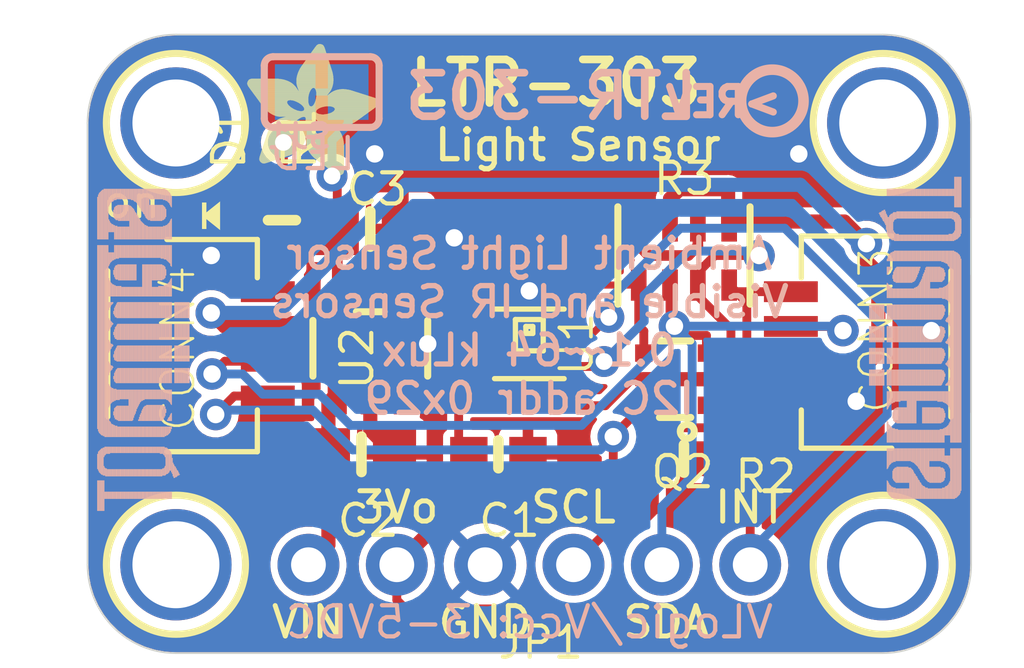
<source format=kicad_pcb>
(kicad_pcb (version 20211014) (generator pcbnew)
  (layers (0 "F.Cu" signal) (31 "B.Cu" signal) (34 "B.Paste" user) (35 "F.Paste" user) (36 "B.SilkS" user "B.Silkscreen") (37 "F.SilkS" user "F.Silkscreen") (38 "B.Mask" user) (39 "F.Mask" user) (44 "Edge.Cuts" user))
  (net 0 "")
  (net 1 "GND")
  (net 2 "SDA")
  (net 3 "SCL")
  (net 4 "SCL_3V")
  (net 5 "SDA_3V")
  (net 6 "3.3V")
  (net 7 "INT")
  (net 8 "VCC")
  (net 9 "N$1")
  (net 10 "N$2")
  (footprint "eagleBoard:1X06_ROUND_70" (layer "F.Cu") (at 148.5011 111.3536)
    (fp_text reference "JP1" (at -0.9652 2.2352) (layer "F.SilkS") (effects (font (size 0.896031 0.896031) (thickness 0.119969)) (justify left)))
    (fp_text value "")
    (pad "1" thru_hole circle (at -6.35 0 90) (size 1.778 1.778) (drill 1) (layers *.Cu *.Mask) (net 8 "VCC"))
    (pad "2" thru_hole circle (at -3.81 0 90) (size 1.778 1.778) (drill 1) (layers *.Cu *.Mask) (net 6 "3.3V"))
    (pad "3" thru_hole circle (at -1.27 0 90) (size 1.778 1.778) (drill 1) (layers *.Cu *.Mask) (net 1 "GND"))
    (pad "4" thru_hole circle (at 1.27 0 90) (size 1.778 1.778) (drill 1) (layers *.Cu *.Mask) (net 3 "SCL"))
    (pad "5" thru_hole circle (at 3.81 0 90) (size 1.778 1.778) (drill 1) (layers *.Cu *.Mask) (net 2 "SDA"))
    (pad "6" thru_hole circle (at 6.35 0 90) (size 1.778 1.778) (drill 1) (layers *.Cu *.Mask) (net 7 "INT"))
  )
  (footprint "eagleBoard:0603-NO" (layer "F.Cu") (at 147.6121 108.1786)
    (fp_text reference "C1" (at -0.635 1.905) (layer "F.SilkS") (effects (font (size 0.896031 0.896031) (thickness 0.119969)) (justify left)))
    (fp_text value "0.1uF")
    (pad "1" smd rect (at -0.85 0) (size 1.075 1) (layers "F.Cu" "F.Paste" "F.Mask") (net 6 "3.3V"))
    (pad "2" smd rect (at 0.85 0) (size 1.075 1) (layers "F.Cu" "F.Paste" "F.Mask") (net 1 "GND"))
  )
  (footprint "eagleBoard:0805-NO" (layer "F.Cu") (at 143.9291 101.7016)
    (fp_text reference "C3" (at -0.762 -1.143) (layer "F.SilkS") (effects (font (size 0.896031 0.896031) (thickness 0.119969)) (justify left)))
    (fp_text value "10uF")
    (pad "1" smd rect (at -0.95 0) (size 1.24 1.5) (layers "F.Cu" "F.Paste" "F.Mask") (net 6 "3.3V"))
    (pad "2" smd rect (at 0.95 0) (size 1.24 1.5) (layers "F.Cu" "F.Paste" "F.Mask") (net 1 "GND"))
  )
  (footprint "eagleBoard:CHIPLED_0603_NOOUTLINE" (layer "F.Cu") (at 139.3571 101.3206)
    (fp_text reference "D1" (at 0.508 -1.27 90) (layer "F.SilkS") (effects (font (size 0.896031 0.896031) (thickness 0.119969)) (justify left)))
    (fp_text value "GREEN")
    (pad "A" smd rect (at 0.75 0 90) (size 0.8 0.8) (layers "F.Cu" "F.Paste" "F.Mask") (net 9 "N$1"))
    (pad "C" smd rect (at -0.75 0 90) (size 0.8 0.8) (layers "F.Cu" "F.Paste" "F.Mask") (net 1 "GND"))
  )
  (footprint "eagleBoard:FIDUCIAL_1MM" (layer "F.Cu") (at 155.3591 97.3836)
    (fp_text reference "FID4" hide)
    (fp_text value "FIDUCIAL_1MM" hide)
    (pad "1" smd roundrect (at 0 0) (size 1 1) (layers "F.Cu" "F.Mask") (roundrect_rratio 0.5))
  )
  (footprint "eagleBoard:SOT23-5" (layer "F.Cu") (at 143.9291 105.1306 -90)
    (fp_text reference "U2" (at -0.689 0.381 90) (layer "F.SilkS") (effects (font (size 0.896031 0.896031) (thickness 0.119969)) (justify right)))
    (fp_text value "AP2127K-3.3")
    (pad "1" smd rect (at 1.3001 0.95) (size 0.55 1.2) (layers "F.Cu" "F.Paste" "F.Mask") (net 8 "VCC"))
    (pad "2" smd rect (at 1.3001 0) (size 0.55 1.2) (layers "F.Cu" "F.Paste" "F.Mask") (net 1 "GND"))
    (pad "3" smd rect (at 1.3001 -0.95) (size 0.55 1.2) (layers "F.Cu" "F.Paste" "F.Mask") (net 8 "VCC"))
    (pad "4" smd rect (at -1.3001 -0.95) (size 0.55 1.2) (layers "F.Cu" "F.Paste" "F.Mask"))
    (pad "5" smd rect (at -1.3001 0.95) (size 0.55 1.2) (layers "F.Cu" "F.Paste" "F.Mask") (net 6 "3.3V"))
  )
  (footprint "eagleBoard:MOUNTINGHOLE_2.5_PLATED" (layer "F.Cu") (at 158.6611 98.6536)
    (fp_text reference "U$17" hide)
    (fp_text value "MOUNTINGHOLE2.5" hide)
    (pad "P$1" thru_hole circle (at 0 0) (size 3.2 3.2) (drill 2.5) (layers *.Cu *.Mask))
    (zone (net 0) (net_name "") (layer "F.Cu") (connect_pads (clearance 0)) (min_thickness 0.254)
      (keepout (tracks not_allowed) (vias not_allowed) (pads not_allowed) (copperpour not_allowed) (footprints allowed))
      (fill (thermal_gap 0.508) (thermal_bridge_width 0.508))
      (polygon (pts (xy 160.6771 98.6536) (xy 160.646472 98.303525) (xy 160.55552 97.964087) (xy 160.407007 97.6456) (xy 160.205446 97.35774) (xy 159.95696 97.109254) (xy 159.6691 96.907693) (xy 159.350613 96.75918) (xy 159.011175 96.668228) (xy 158.6611 96.6376) (xy 158.311025 96.668228) (xy 157.971587 96.75918) (xy 157.6531 96.907693) (xy 157.36524 97.109254) (xy 157.116754 97.35774) (xy 156.915193 97.6456) (xy 156.76668 97.964087) (xy 156.675728 98.303525) (xy 156.6451 98.6536) (xy 156.675728 99.003675) (xy 156.76668 99.343113) (xy 156.915193 99.6616) (xy 157.116754 99.94946) (xy 157.36524 100.197946) (xy 157.6531 100.399507) (xy 157.971587 100.54802) (xy 158.311025 100.638972) (xy 158.6611 100.6696) (xy 159.011175 100.638972) (xy 159.350613 100.54802) (xy 159.6691 100.399507) (xy 159.95696 100.197946) (xy 160.205446 99.94946) (xy 160.407007 99.6616) (xy 160.55552 99.343113) (xy 160.646472 99.003675)))
      (polygon (pts (xy 158.6451 98.6536) (xy 158.645343 98.656378) (xy 158.646065 98.659072) (xy 158.647244 98.6616) (xy 158.648843 98.663885) (xy 158.650815 98.665857) (xy 158.6531 98.667456) (xy 158.655628 98.668635) (xy 158.658322 98.669357) (xy 158.6611 98.6696) (xy 158.663878 98.669357) (xy 158.666572 98.668635) (xy 158.6691 98.667456) (xy 158.671385 98.665857) (xy 158.673357 98.663885) (xy 158.674956 98.6616) (xy 158.676135 98.659072) (xy 158.676857 98.656378) (xy 158.6771 98.6536) (xy 158.676857 98.650822) (xy 158.676135 98.648128) (xy 158.674956 98.6456) (xy 158.673357 98.643315) (xy 158.671385 98.641343) (xy 158.6691 98.639744) (xy 158.666572 98.638565) (xy 158.663878 98.637843) (xy 158.6611 98.6376) (xy 158.658322 98.637843) (xy 158.655628 98.638565) (xy 158.6531 98.639744) (xy 158.650815 98.641343) (xy 158.648843 98.643315) (xy 158.647244 98.6456) (xy 158.646065 98.648128) (xy 158.645343 98.650822)))
    )
    (zone (net 0) (net_name "") (layer "B.Cu") (connect_pads (clearance 0)) (min_thickness 0.254)
      (keepout (tracks not_allowed) (vias not_allowed) (pads not_allowed) (copperpour not_allowed) (footprints allowed))
      (fill (thermal_gap 0.508) (thermal_bridge_width 0.508))
      (polygon (pts (xy 160.6771 98.6536) (xy 160.646472 98.303525) (xy 160.55552 97.964087) (xy 160.407007 97.6456) (xy 160.205446 97.35774) (xy 159.95696 97.109254) (xy 159.6691 96.907693) (xy 159.350613 96.75918) (xy 159.011175 96.668228) (xy 158.6611 96.6376) (xy 158.311025 96.668228) (xy 157.971587 96.75918) (xy 157.6531 96.907693) (xy 157.36524 97.109254) (xy 157.116754 97.35774) (xy 156.915193 97.6456) (xy 156.76668 97.964087) (xy 156.675728 98.303525) (xy 156.6451 98.6536) (xy 156.675728 99.003675) (xy 156.76668 99.343113) (xy 156.915193 99.6616) (xy 157.116754 99.94946) (xy 157.36524 100.197946) (xy 157.6531 100.399507) (xy 157.971587 100.54802) (xy 158.311025 100.638972) (xy 158.6611 100.6696) (xy 159.011175 100.638972) (xy 159.350613 100.54802) (xy 159.6691 100.399507) (xy 159.95696 100.197946) (xy 160.205446 99.94946) (xy 160.407007 99.6616) (xy 160.55552 99.343113) (xy 160.646472 99.003675)))
      (polygon (pts (xy 158.6451 98.6536) (xy 158.645343 98.656378) (xy 158.646065 98.659072) (xy 158.647244 98.6616) (xy 158.648843 98.663885) (xy 158.650815 98.665857) (xy 158.6531 98.667456) (xy 158.655628 98.668635) (xy 158.658322 98.669357) (xy 158.6611 98.6696) (xy 158.663878 98.669357) (xy 158.666572 98.668635) (xy 158.6691 98.667456) (xy 158.671385 98.665857) (xy 158.673357 98.663885) (xy 158.674956 98.6616) (xy 158.676135 98.659072) (xy 158.676857 98.656378) (xy 158.6771 98.6536) (xy 158.676857 98.650822) (xy 158.676135 98.648128) (xy 158.674956 98.6456) (xy 158.673357 98.643315) (xy 158.671385 98.641343) (xy 158.6691 98.639744) (xy 158.666572 98.638565) (xy 158.663878 98.637843) (xy 158.6611 98.6376) (xy 158.658322 98.637843) (xy 158.655628 98.638565) (xy 158.6531 98.639744) (xy 158.650815 98.641343) (xy 158.648843 98.643315) (xy 158.647244 98.6456) (xy 158.646065 98.648128) (xy 158.645343 98.650822)))
    )
  )
  (footprint "eagleBoard:SOT363" (layer "F.Cu") (at 152.6921 106.0196)
    (fp_text reference "Q2" (at -0.762 2.667) (layer "F.SilkS") (effects (font (size 0.896031 0.896031) (thickness 0.119969)) (justify left)))
    (fp_text value "BSS138")
    (pad "1" smd rect (at 0.9 0.75 90) (size 0.5 0.5) (layers "F.Cu" "F.Paste" "F.Mask") (net 4 "SCL_3V"))
    (pad "2" smd rect (at 0.9 0 90) (size 0.4 0.5) (layers "F.Cu" "F.Paste" "F.Mask") (net 6 "3.3V"))
    (pad "3" smd rect (at 0.9 -0.75 90) (size 0.5 0.5) (layers "F.Cu" "F.Paste" "F.Mask") (net 2 "SDA"))
    (pad "4" smd rect (at -0.9 -0.75 90) (size 0.5 0.5) (layers "F.Cu" "F.Paste" "F.Mask") (net 5 "SDA_3V"))
    (pad "5" smd rect (at -0.9 0 90) (size 0.4 0.5) (layers "F.Cu" "F.Paste" "F.Mask") (net 6 "3.3V"))
    (pad "6" smd rect (at -0.9 0.75 90) (size 0.5 0.5) (layers "F.Cu" "F.Paste" "F.Mask") (net 3 "SCL"))
  )
  (footprint "eagleBoard:JST_SH4" (layer "F.Cu") (at 158.0261 105.0036 90)
    (fp_text reference "CONN3" (at -2.06 0.45 90) (layer "F.SilkS") (effects (font (size 0.941222 0.941222) (thickness 0.074778)) (justify left)))
    (fp_text value "STEMMA_I2C_QT" hide)
    (pad "1" smd rect (at -1.5 -2.006 180) (size 1.55 0.6) (layers "F.Cu" "F.Paste" "F.Mask") (net 1 "GND"))
    (pad "2" smd rect (at -0.5 -2.006 180) (size 1.55 0.6) (layers "F.Cu" "F.Paste" "F.Mask") (net 8 "VCC"))
    (pad "3" smd rect (at 0.5 -2.006 180) (size 1.55 0.6) (layers "F.Cu" "F.Paste" "F.Mask") (net 2 "SDA"))
    (pad "4" smd rect (at 1.5 -2.006 180) (size 1.55 0.6) (layers "F.Cu" "F.Paste" "F.Mask") (net 3 "SCL"))
    (pad "MT1" smd rect (at -2.8 1.894 180) (size 1.8 1.2) (layers "F.Cu" "F.Paste" "F.Mask") (net 1 "GND"))
    (pad "MT2" smd rect (at 2.8 1.894 180) (size 1.8 1.2) (layers "F.Cu" "F.Paste" "F.Mask") (net 1 "GND"))
  )
  (footprint "eagleBoard:MOUNTINGHOLE_2.5_PLATED" (layer "F.Cu") (at 158.6611 111.3536)
    (fp_text reference "U$21" hide)
    (fp_text value "MOUNTINGHOLE2.5" hide)
    (pad "P$1" thru_hole circle (at 0 0) (size 3.2 3.2) (drill 2.5) (layers *.Cu *.Mask))
    (zone (net 0) (net_name "") (layer "F.Cu") (connect_pads (clearance 0)) (min_thickness 0.254)
      (keepout (tracks not_allowed) (vias not_allowed) (pads not_allowed) (copperpour not_allowed) (footprints allowed))
      (fill (thermal_gap 0.508) (thermal_bridge_width 0.508))
      (polygon (pts (xy 160.6771 111.3536) (xy 160.646472 111.003525) (xy 160.55552 110.664087) (xy 160.407007 110.3456) (xy 160.205446 110.05774) (xy 159.95696 109.809254) (xy 159.6691 109.607693) (xy 159.350613 109.45918) (xy 159.011175 109.368228) (xy 158.6611 109.3376) (xy 158.311025 109.368228) (xy 157.971587 109.45918) (xy 157.6531 109.607693) (xy 157.36524 109.809254) (xy 157.116754 110.05774) (xy 156.915193 110.3456) (xy 156.76668 110.664087) (xy 156.675728 111.003525) (xy 156.6451 111.3536) (xy 156.675728 111.703675) (xy 156.76668 112.043113) (xy 156.915193 112.3616) (xy 157.116754 112.64946) (xy 157.36524 112.897946) (xy 157.6531 113.099507) (xy 157.971587 113.24802) (xy 158.311025 113.338972) (xy 158.6611 113.3696) (xy 159.011175 113.338972) (xy 159.350613 113.24802) (xy 159.6691 113.099507) (xy 159.95696 112.897946) (xy 160.205446 112.64946) (xy 160.407007 112.3616) (xy 160.55552 112.043113) (xy 160.646472 111.703675)))
      (polygon (pts (xy 158.6451 111.3536) (xy 158.645343 111.356378) (xy 158.646065 111.359072) (xy 158.647244 111.3616) (xy 158.648843 111.363885) (xy 158.650815 111.365857) (xy 158.6531 111.367456) (xy 158.655628 111.368635) (xy 158.658322 111.369357) (xy 158.6611 111.3696) (xy 158.663878 111.369357) (xy 158.666572 111.368635) (xy 158.6691 111.367456) (xy 158.671385 111.365857) (xy 158.673357 111.363885) (xy 158.674956 111.3616) (xy 158.676135 111.359072) (xy 158.676857 111.356378) (xy 158.6771 111.3536) (xy 158.676857 111.350822) (xy 158.676135 111.348128) (xy 158.674956 111.3456) (xy 158.673357 111.343315) (xy 158.671385 111.341343) (xy 158.6691 111.339744) (xy 158.666572 111.338565) (xy 158.663878 111.337843) (xy 158.6611 111.3376) (xy 158.658322 111.337843) (xy 158.655628 111.338565) (xy 158.6531 111.339744) (xy 158.650815 111.341343) (xy 158.648843 111.343315) (xy 158.647244 111.3456) (xy 158.646065 111.348128) (xy 158.645343 111.350822)))
    )
    (zone (net 0) (net_name "") (layer "B.Cu") (connect_pads (clearance 0)) (min_thickness 0.254)
      (keepout (tracks not_allowed) (vias not_allowed) (pads not_allowed) (copperpour not_allowed) (footprints allowed))
      (fill (thermal_gap 0.508) (thermal_bridge_width 0.508))
      (polygon (pts (xy 160.6771 111.3536) (xy 160.646472 111.003525) (xy 160.55552 110.664087) (xy 160.407007 110.3456) (xy 160.205446 110.05774) (xy 159.95696 109.809254) (xy 159.6691 109.607693) (xy 159.350613 109.45918) (xy 159.011175 109.368228) (xy 158.6611 109.3376) (xy 158.311025 109.368228) (xy 157.971587 109.45918) (xy 157.6531 109.607693) (xy 157.36524 109.809254) (xy 157.116754 110.05774) (xy 156.915193 110.3456) (xy 156.76668 110.664087) (xy 156.675728 111.003525) (xy 156.6451 111.3536) (xy 156.675728 111.703675) (xy 156.76668 112.043113) (xy 156.915193 112.3616) (xy 157.116754 112.64946) (xy 157.36524 112.897946) (xy 157.6531 113.099507) (xy 157.971587 113.24802) (xy 158.311025 113.338972) (xy 158.6611 113.3696) (xy 159.011175 113.338972) (xy 159.350613 113.24802) (xy 159.6691 113.099507) (xy 159.95696 112.897946) (xy 160.205446 112.64946) (xy 160.407007 112.3616) (xy 160.55552 112.043113) (xy 160.646472 111.703675)))
      (polygon (pts (xy 158.6451 111.3536) (xy 158.645343 111.356378) (xy 158.646065 111.359072) (xy 158.647244 111.3616) (xy 158.648843 111.363885) (xy 158.650815 111.365857) (xy 158.6531 111.367456) (xy 158.655628 111.368635) (xy 158.658322 111.369357) (xy 158.6611 111.3696) (xy 158.663878 111.369357) (xy 158.666572 111.368635) (xy 158.6691 111.367456) (xy 158.671385 111.365857) (xy 158.673357 111.363885) (xy 158.674956 111.3616) (xy 158.676135 111.359072) (xy 158.676857 111.356378) (xy 158.6771 111.3536) (xy 158.676857 111.350822) (xy 158.676135 111.348128) (xy 158.674956 111.3456) (xy 158.673357 111.343315) (xy 158.671385 111.341343) (xy 158.6691 111.339744) (xy 158.666572 111.338565) (xy 158.663878 111.337843) (xy 158.6611 111.3376) (xy 158.658322 111.337843) (xy 158.655628 111.338565) (xy 158.6531 111.339744) (xy 158.650815 111.341343) (xy 158.648843 111.343315) (xy 158.647244 111.3456) (xy 158.646065 111.348128) (xy 158.645343 111.350822)))
    )
  )
  (footprint "eagleBoard:0603-NO" (layer "F.Cu") (at 152.9461 108.3056)
    (fp_text reference "R2" (at 1.397 0.508) (layer "F.SilkS") (effects (font (size 0.896031 0.896031) (thickness 0.119969)) (justify left)))
    (fp_text value "10K")
    (pad "1" smd rect (at -0.85 0) (size 1.075 1) (layers "F.Cu" "F.Paste" "F.Mask") (net 6 "3.3V"))
    (pad "2" smd rect (at 0.85 0) (size 1.075 1) (layers "F.Cu" "F.Paste" "F.Mask") (net 7 "INT"))
  )
  (footprint "eagleBoard:RESPACK_4X0603" (layer "F.Cu") (at 152.9461 102.4636 180)
    (fp_text reference "R3" (at -0.965 2.21) (layer "F.SilkS") (effects (font (size 0.896031 0.896031) (thickness 0.119969)) (justify right)))
    (fp_text value "10K Pack")
    (pad "1" smd rect (at -1.3 0.85 180) (size 0.45 0.9) (layers "F.Cu" "F.Paste" "F.Mask") (net 8 "VCC"))
    (pad "2" smd rect (at -0.4 0.85 180) (size 0.45 0.9) (layers "F.Cu" "F.Paste" "F.Mask") (net 6 "3.3V"))
    (pad "3" smd rect (at 0.4 0.85 180) (size 0.45 0.9) (layers "F.Cu" "F.Paste" "F.Mask") (net 8 "VCC"))
    (pad "4" smd rect (at 1.3 0.85 180) (size 0.45 0.9) (layers "F.Cu" "F.Paste" "F.Mask") (net 6 "3.3V"))
    (pad "5" smd rect (at 1.3 -0.85 180) (size 0.45 0.9) (layers "F.Cu" "F.Paste" "F.Mask") (net 5 "SDA_3V"))
    (pad "6" smd rect (at 0.4 -0.85 180) (size 0.45 0.9) (layers "F.Cu" "F.Paste" "F.Mask") (net 2 "SDA"))
    (pad "7" smd rect (at -0.4 -0.85 180) (size 0.45 0.9) (layers "F.Cu" "F.Paste" "F.Mask") (net 4 "SCL_3V"))
    (pad "8" smd rect (at -1.3 -0.85 180) (size 0.45 0.9) (layers "F.Cu" "F.Paste" "F.Mask") (net 3 "SCL"))
  )
  (footprint "eagleBoard:MOUNTINGHOLE_2.5_PLATED" (layer "F.Cu") (at 138.3411 98.6536)
    (fp_text reference "U$1" hide)
    (fp_text value "MOUNTINGHOLE2.5" hide)
    (pad "P$1" thru_hole circle (at 0 0) (size 3.2 3.2) (drill 2.5) (layers *.Cu *.Mask))
    (zone (net 0) (net_name "") (layer "F.Cu") (connect_pads (clearance 0)) (min_thickness 0.254)
      (keepout (tracks not_allowed) (vias not_allowed) (pads not_allowed) (copperpour not_allowed) (footprints allowed))
      (fill (thermal_gap 0.508) (thermal_bridge_width 0.508))
      (polygon (pts (xy 140.3571 98.6536) (xy 140.326472 98.303525) (xy 140.23552 97.964087) (xy 140.087007 97.6456) (xy 139.885446 97.35774) (xy 139.63696 97.109254) (xy 139.3491 96.907693) (xy 139.030613 96.75918) (xy 138.691175 96.668228) (xy 138.3411 96.6376) (xy 137.991025 96.668228) (xy 137.651587 96.75918) (xy 137.3331 96.907693) (xy 137.04524 97.109254) (xy 136.796754 97.35774) (xy 136.595193 97.6456) (xy 136.44668 97.964087) (xy 136.355728 98.303525) (xy 136.3251 98.6536) (xy 136.355728 99.003675) (xy 136.44668 99.343113) (xy 136.595193 99.6616) (xy 136.796754 99.94946) (xy 137.04524 100.197946) (xy 137.3331 100.399507) (xy 137.651587 100.54802) (xy 137.991025 100.638972) (xy 138.3411 100.6696) (xy 138.691175 100.638972) (xy 139.030613 100.54802) (xy 139.3491 100.399507) (xy 139.63696 100.197946) (xy 139.885446 99.94946) (xy 140.087007 99.6616) (xy 140.23552 99.343113) (xy 140.326472 99.003675)))
      (polygon (pts (xy 138.3251 98.6536) (xy 138.325343 98.656378) (xy 138.326065 98.659072) (xy 138.327244 98.6616) (xy 138.328843 98.663885) (xy 138.330815 98.665857) (xy 138.3331 98.667456) (xy 138.335628 98.668635) (xy 138.338322 98.669357) (xy 138.3411 98.6696) (xy 138.343878 98.669357) (xy 138.346572 98.668635) (xy 138.3491 98.667456) (xy 138.351385 98.665857) (xy 138.353357 98.663885) (xy 138.354956 98.6616) (xy 138.356135 98.659072) (xy 138.356857 98.656378) (xy 138.3571 98.6536) (xy 138.356857 98.650822) (xy 138.356135 98.648128) (xy 138.354956 98.6456) (xy 138.353357 98.643315) (xy 138.351385 98.641343) (xy 138.3491 98.639744) (xy 138.346572 98.638565) (xy 138.343878 98.637843) (xy 138.3411 98.6376) (xy 138.338322 98.637843) (xy 138.335628 98.638565) (xy 138.3331 98.639744) (xy 138.330815 98.641343) (xy 138.328843 98.643315) (xy 138.327244 98.6456) (xy 138.326065 98.648128) (xy 138.325343 98.650822)))
    )
    (zone (net 0) (net_name "") (layer "B.Cu") (connect_pads (clearance 0)) (min_thickness 0.254)
      (keepout (tracks not_allowed) (vias not_allowed) (pads not_allowed) (copperpour not_allowed) (footprints allowed))
      (fill (thermal_gap 0.508) (thermal_bridge_width 0.508))
      (polygon (pts (xy 140.3571 98.6536) (xy 140.326472 98.303525) (xy 140.23552 97.964087) (xy 140.087007 97.6456) (xy 139.885446 97.35774) (xy 139.63696 97.109254) (xy 139.3491 96.907693) (xy 139.030613 96.75918) (xy 138.691175 96.668228) (xy 138.3411 96.6376) (xy 137.991025 96.668228) (xy 137.651587 96.75918) (xy 137.3331 96.907693) (xy 137.04524 97.109254) (xy 136.796754 97.35774) (xy 136.595193 97.6456) (xy 136.44668 97.964087) (xy 136.355728 98.303525) (xy 136.3251 98.6536) (xy 136.355728 99.003675) (xy 136.44668 99.343113) (xy 136.595193 99.6616) (xy 136.796754 99.94946) (xy 137.04524 100.197946) (xy 137.3331 100.399507) (xy 137.651587 100.54802) (xy 137.991025 100.638972) (xy 138.3411 100.6696) (xy 138.691175 100.638972) (xy 139.030613 100.54802) (xy 139.3491 100.399507) (xy 139.63696 100.197946) (xy 139.885446 99.94946) (xy 140.087007 99.6616) (xy 140.23552 99.343113) (xy 140.326472 99.003675)))
      (polygon (pts (xy 138.3251 98.6536) (xy 138.325343 98.656378) (xy 138.326065 98.659072) (xy 138.327244 98.6616) (xy 138.328843 98.663885) (xy 138.330815 98.665857) (xy 138.3331 98.667456) (xy 138.335628 98.668635) (xy 138.338322 98.669357) (xy 138.3411 98.6696) (xy 138.343878 98.669357) (xy 138.346572 98.668635) (xy 138.3491 98.667456) (xy 138.351385 98.665857) (xy 138.353357 98.663885) (xy 138.354956 98.6616) (xy 138.356135 98.659072) (xy 138.356857 98.656378) (xy 138.3571 98.6536) (xy 138.356857 98.650822) (xy 138.356135 98.648128) (xy 138.354956 98.6456) (xy 138.353357 98.643315) (xy 138.351385 98.641343) (xy 138.3491 98.639744) (xy 138.346572 98.638565) (xy 138.343878 98.637843) (xy 138.3411 98.6376) (xy 138.338322 98.637843) (xy 138.335628 98.638565) (xy 138.3331 98.639744) (xy 138.330815 98.641343) (xy 138.328843 98.643315) (xy 138.327244 98.6456) (xy 138.326065 98.648128) (xy 138.325343 98.650822)))
    )
  )
  (footprint "eagleBoard:LTR390" (layer "F.Cu") (at 148.5011 105.0036 -90)
    (fp_text reference "U1" (at -0.973 -1.356 90) (layer "F.SilkS") (effects (font (size 0.90871 0.90871) (thickness 0.10729)) (justify right)))
    (fp_text value "LTR_303")
    (pad "1" smd rect (at -0.65 0.9 90) (size 0.3 0.65) (layers "F.Cu" "F.Paste" "F.Mask") (net 6 "3.3V"))
    (pad "2" smd rect (at 0 0.9 90) (size 0.3 0.65) (layers "F.Cu" "F.Paste" "F.Mask"))
    (pad "3" smd rect (at 0.65 0.9 90) (size 0.3 0.65) (layers "F.Cu" "F.Paste" "F.Mask") (net 1 "GND"))
    (pad "4" smd rect (at 0.65 -0.9 90) (size 0.3 0.65) (layers "F.Cu" "F.Paste" "F.Mask") (net 4 "SCL_3V"))
    (pad "5" smd rect (at 0 -0.9 90) (size 0.3 0.65) (layers "F.Cu" "F.Paste" "F.Mask") (net 7 "INT"))
    (pad "6" smd rect (at -0.65 -0.9 90) (size 0.3 0.65) (layers "F.Cu" "F.Paste" "F.Mask") (net 5 "SDA_3V"))
  )
  (footprint "eagleBoard:ADAFRUIT_3.5MM" (layer "F.Cu") (at 140.3731 100.1776)
    (fp_text reference "U$22" hide)
    (fp_text value "" hide)
  )
  (footprint "eagleBoard:0805-NO" (layer "F.Cu") (at 143.6751 108.1786)
    (fp_text reference "C2" (at -0.762 1.905) (layer "F.SilkS") (effects (font (size 0.896031 0.896031) (thickness 0.119969)) (justify left)))
    (fp_text value "10uF")
    (pad "1" smd rect (at -0.95 0) (size 1.24 1.5) (layers "F.Cu" "F.Paste" "F.Mask") (net 8 "VCC"))
    (pad "2" smd rect (at 0.95 0) (size 1.24 1.5) (layers "F.Cu" "F.Paste" "F.Mask") (net 1 "GND"))
  )
  (footprint "eagleBoard:MOUNTINGHOLE_2.5_PLATED" (layer "F.Cu") (at 138.3411 111.3536)
    (fp_text reference "U$19" hide)
    (fp_text value "MOUNTINGHOLE2.5" hide)
    (pad "P$1" thru_hole circle (at 0 0) (size 3.2 3.2) (drill 2.5) (layers *.Cu *.Mask))
    (zone (net 0) (net_name "") (layer "F.Cu") (connect_pads (clearance 0)) (min_thickness 0.254)
      (keepout (tracks not_allowed) (vias not_allowed) (pads not_allowed) (copperpour not_allowed) (footprints allowed))
      (fill (thermal_gap 0.508) (thermal_bridge_width 0.508))
      (polygon (pts (xy 140.3571 111.3536) (xy 140.326472 111.003525) (xy 140.23552 110.664087) (xy 140.087007 110.3456) (xy 139.885446 110.05774) (xy 139.63696 109.809254) (xy 139.3491 109.607693) (xy 139.030613 109.45918) (xy 138.691175 109.368228) (xy 138.3411 109.3376) (xy 137.991025 109.368228) (xy 137.651587 109.45918) (xy 137.3331 109.607693) (xy 137.04524 109.809254) (xy 136.796754 110.05774) (xy 136.595193 110.3456) (xy 136.44668 110.664087) (xy 136.355728 111.003525) (xy 136.3251 111.3536) (xy 136.355728 111.703675) (xy 136.44668 112.043113) (xy 136.595193 112.3616) (xy 136.796754 112.64946) (xy 137.04524 112.897946) (xy 137.3331 113.099507) (xy 137.651587 113.24802) (xy 137.991025 113.338972) (xy 138.3411 113.3696) (xy 138.691175 113.338972) (xy 139.030613 113.24802) (xy 139.3491 113.099507) (xy 139.63696 112.897946) (xy 139.885446 112.64946) (xy 140.087007 112.3616) (xy 140.23552 112.043113) (xy 140.326472 111.703675)))
      (polygon (pts (xy 138.3251 111.3536) (xy 138.325343 111.356378) (xy 138.326065 111.359072) (xy 138.327244 111.3616) (xy 138.328843 111.363885) (xy 138.330815 111.365857) (xy 138.3331 111.367456) (xy 138.335628 111.368635) (xy 138.338322 111.369357) (xy 138.3411 111.3696) (xy 138.343878 111.369357) (xy 138.346572 111.368635) (xy 138.3491 111.367456) (xy 138.351385 111.365857) (xy 138.353357 111.363885) (xy 138.354956 111.3616) (xy 138.356135 111.359072) (xy 138.356857 111.356378) (xy 138.3571 111.3536) (xy 138.356857 111.350822) (xy 138.356135 111.348128) (xy 138.354956 111.3456) (xy 138.353357 111.343315) (xy 138.351385 111.341343) (xy 138.3491 111.339744) (xy 138.346572 111.338565) (xy 138.343878 111.337843) (xy 138.3411 111.3376) (xy 138.338322 111.337843) (xy 138.335628 111.338565) (xy 138.3331 111.339744) (xy 138.330815 111.341343) (xy 138.328843 111.343315) (xy 138.327244 111.3456) (xy 138.326065 111.348128) (xy 138.325343 111.350822)))
    )
    (zone (net 0) (net_name "") (layer "B.Cu") (connect_pads (clearance 0)) (min_thickness 0.254)
      (keepout (tracks not_allowed) (vias not_allowed) (pads not_allowed) (copperpour not_allowed) (footprints allowed))
      (fill (thermal_gap 0.508) (thermal_bridge_width 0.508))
      (polygon (pts (xy 140.3571 111.3536) (xy 140.326472 111.003525) (xy 140.23552 110.664087) (xy 140.087007 110.3456) (xy 139.885446 110.05774) (xy 139.63696 109.809254) (xy 139.3491 109.607693) (xy 139.030613 109.45918) (xy 138.691175 109.368228) (xy 138.3411 109.3376) (xy 137.991025 109.368228) (xy 137.651587 109.45918) (xy 137.3331 109.607693) (xy 137.04524 109.809254) (xy 136.796754 110.05774) (xy 136.595193 110.3456) (xy 136.44668 110.664087) (xy 136.355728 111.003525) (xy 136.3251 111.3536) (xy 136.355728 111.703675) (xy 136.44668 112.043113) (xy 136.595193 112.3616) (xy 136.796754 112.64946) (xy 137.04524 112.897946) (xy 137.3331 113.099507) (xy 137.651587 113.24802) (xy 137.991025 113.338972) (xy 138.3411 113.3696) (xy 138.691175 113.338972) (xy 139.030613 113.24802) (xy 139.3491 113.099507) (xy 139.63696 112.897946) (xy 139.885446 112.64946) (xy 140.087007 112.3616) (xy 140.23552 112.043113) (xy 140.326472 111.703675)))
      (polygon (pts (xy 138.3251 111.3536) (xy 138.325343 111.356378) (xy 138.326065 111.359072) (xy 138.327244 111.3616) (xy 138.328843 111.363885) (xy 138.330815 111.365857) (xy 138.3331 111.367456) (xy 138.335628 111.368635) (xy 138.338322 111.369357) (xy 138.3411 111.3696) (xy 138.343878 111.369357) (xy 138.346572 111.368635) (xy 138.3491 111.367456) (xy 138.351385 111.365857) (xy 138.353357 111.363885) (xy 138.354956 111.3616) (xy 138.356135 111.359072) (xy 138.356857 111.356378) (xy 138.3571 111.3536) (xy 138.356857 111.350822) (xy 138.356135 111.348128) (xy 138.354956 111.3456) (xy 138.353357 111.343315) (xy 138.351385 111.341343) (xy 138.3491 111.339744) (xy 138.346572 111.338565) (xy 138.343878 111.337843) (xy 138.3411 111.3376) (xy 138.338322 111.337843) (xy 138.335628 111.338565) (xy 138.3331 111.339744) (xy 138.330815 111.341343) (xy 138.328843 111.343315) (xy 138.327244 111.3456) (xy 138.326065 111.348128) (xy 138.325343 111.350822)))
    )
  )
  (footprint "eagleBoard:FIDUCIAL_1MM" (layer "F.Cu") (at 141.0081 109.0676)
    (fp_text reference "FID3" hide)
    (fp_text value "FIDUCIAL_1MM" hide)
    (pad "1" smd roundrect (at 0 0) (size 1 1) (layers "F.Cu" "F.Mask") (roundrect_rratio 0.5))
  )
  (footprint "eagleBoard:JST_SH4" (layer "F.Cu") (at 138.9761 105.0036 -90)
    (fp_text reference "CONN4" (at -2.314 0.577 90) (layer "F.SilkS") (effects (font (size 0.941222 0.941222) (thickness 0.074778)) (justify right)))
    (fp_text value "STEMMA_I2C_QT" hide)
    (pad "1" smd rect (at -1.5 -2.006) (size 1.55 0.6) (layers "F.Cu" "F.Paste" "F.Mask") (net 1 "GND"))
    (pad "2" smd rect (at -0.5 -2.006) (size 1.55 0.6) (layers "F.Cu" "F.Paste" "F.Mask") (net 8 "VCC"))
    (pad "3" smd rect (at 0.5 -2.006) (size 1.55 0.6) (layers "F.Cu" "F.Paste" "F.Mask") (net 2 "SDA"))
    (pad "4" smd rect (at 1.5 -2.006) (size 1.55 0.6) (layers "F.Cu" "F.Paste" "F.Mask") (net 3 "SCL"))
    (pad "MT1" smd rect (at -2.8 1.894) (size 1.8 1.2) (layers "F.Cu" "F.Paste" "F.Mask") (net 1 "GND"))
    (pad "MT2" smd rect (at 2.8 1.894) (size 1.8 1.2) (layers "F.Cu" "F.Paste" "F.Mask") (net 1 "GND"))
  )
  (footprint "eagleBoard:0603-NO" (layer "F.Cu") (at 141.3891 101.4476 -90)
    (fp_text reference "R1" (at -1.397 -0.508 90) (layer "F.SilkS") (effects (font (size 0.896031 0.896031) (thickness 0.119969)) (justify left)))
    (fp_text value "10K")
    (pad "1" smd rect (at -0.85 0 270) (size 1.075 1) (layers "F.Cu" "F.Paste" "F.Mask") (net 10 "N$2"))
    (pad "2" smd rect (at 0.85 0 270) (size 1.075 1) (layers "F.Cu" "F.Paste" "F.Mask") (net 9 "N$1"))
  )
  (footprint "eagleBoard:STEMMAQT" (layer "B.Cu") (at 158.2801 109.4486 90)
    (fp_text reference "U$30" hide)
    (fp_text value "" hide)
  )
  (footprint "eagleBoard:PCBFEAT-REV-040" (layer "B.Cu") (at 155.4861 98.0186 180)
    (fp_text reference "U$25" hide)
    (fp_text value "" hide)
    (fp_text user ">REV" (at -0.3556 -0.508) (layer "B.SilkS") (effects (font (size 0.8128 0.8128) (thickness 0.2032)) (justify left bottom mirror)))
  )
  (footprint "eagleBoard:SOLDERJUMPER_CLOSEDWIRE" (layer "B.Cu") (at 142.5321 97.7646)
    (fp_text reference "SJ1" (at -1.651 1.27) (layer "B.SilkS") (effects (font (size 0.692831 0.692831) (thickness 0.119969)) (justify right mirror)))
    (fp_text value "")
    (pad "1" smd rect (at -0.762 0) (size 1.1684 1.6002) (layers "B.Cu") (net 10 "N$2"))
    (pad "2" smd rect (at 0.762 0) (size 1.1684 1.6002) (layers "B.Cu") (net 6 "3.3V"))
    (pad "WIRE" smd rect (at 0 0 180) (size 0.635 0.2032) (layers "B.Cu"))
  )
  (footprint "eagleBoard:STEMMAQT" (layer "B.Cu") (at 138.7221 100.5586 -90)
    (fp_text reference "U$31" hide)
    (fp_text value "" hide)
  )
  (gr_line (start 135.8011 98.6536) (end 135.8011 111.3536) (layer "Edge.Cuts") (width 0.05))
  (gr_line (start 138.3411 113.8936) (end 158.6611 113.8936) (layer "Edge.Cuts") (width 0.05))
  (gr_arc (start 135.8011 98.6536) (mid 136.545049 96.857549) (end 138.3411 96.1136) (layer "Edge.Cuts") (width 0.05))
  (gr_arc (start 158.6611 96.1136) (mid 160.457151 96.857549) (end 161.2011 98.6536) (layer "Edge.Cuts") (width 0.05))
  (gr_arc (start 161.2011 111.3536) (mid 160.457151 113.149651) (end 158.6611 113.8936) (layer "Edge.Cuts") (width 0.05))
  (gr_arc (start 138.3411 113.8936) (mid 136.545049 113.149651) (end 135.8011 111.3536) (layer "Edge.Cuts") (width 0.05))
  (gr_line (start 158.6611 96.1136) (end 138.3411 96.1136) (layer "Edge.Cuts") (width 0.05))
  (gr_line (start 161.2011 111.3536) (end 161.2011 98.6536) (layer "Edge.Cuts") (width 0.05))
  (gr_text "LED" (at 142.2781 99.5426) (layer "B.SilkS") (effects (font (size 0.89408 0.89408) (thickness 0.12192)) (justify mirror)))
  (gr_text "Ambient Light Sensor\nVisible and IR Sensors\n0.1~~64 kLux\nI2C addr 0x29" (at 148.5011 104.4956) (layer "B.SilkS") (effects (font (size 0.8636 0.8636) (thickness 0.1524)) (justify mirror)))
  (gr_text "VLogic/Vcc: 3-5VDC" (at 148.5011 113.0046) (layer "B.SilkS") (effects (font (size 0.89408 0.89408) (thickness 0.12192)) (justify mirror)))
  (gr_text "LTR-303" (at 149.1361 97.8916) (layer "B.SilkS") (effects (font (size 1.25222 1.25222) (thickness 0.22098)) (justify mirror)))
  (gr_text "INT" (at 154.8511 109.7026) (layer "F.SilkS") (effects (font (size 0.87376 0.87376) (thickness 0.14224))))
  (gr_text "SCL" (at 149.7711 109.7026) (layer "F.SilkS") (effects (font (size 0.87376 0.87376) (thickness 0.14224))))
  (gr_text "Light Sensor" (at 149.8981 99.2886) (layer "F.SilkS") (effects (font (size 0.8636 0.8636) (thickness 0.1524))))
  (gr_text "GND" (at 147.2311 113.0046) (layer "F.SilkS") (effects (font (size 0.87376 0.87376) (thickness 0.14224))))
  (gr_text "SDA" (at 152.4381 113.0046) (layer "F.SilkS") (effects (font (size 0.87376 0.87376) (thickness 0.14224))))
  (gr_text "3Vo" (at 144.6911 109.7026) (layer "F.SilkS") (effects (font (size 0.87376 0.87376) (thickness 0.14224))))
  (gr_text "LTR-303" (at 149.2631 97.5106) (layer "F.SilkS") (effects (font (size 1.25222 1.25222) (thickness 0.22098))))
  (gr_text "on" (at 136.1821 101.4476) (layer "F.SilkS") (effects (font (size 0.89408 0.89408) (thickness 0.12192)) (justify left bottom)))
  (gr_text "VIN" (at 142.1511 113.0046) (layer "F.SilkS") (effects (font (size 0.87376 0.87376) (thickness 0.14224))))
  (segment (start 140.9821 103.5036) (end 140.3971 103.5036) (width 0.4064) (layer "F.Cu") (net 1))
  (segment (start 138.6071 101.3206) (end 139.1057 100.822) (width 0.3048) (layer "F.Cu") (net 1))
  (segment (start 139.239281 100.822) (end 139.62039 100.440891) (width 0.3048) (layer "F.Cu") (net 1))
  (segment (start 143.9291 106.4307) (end 143.9291 107.4826) (width 0.4064) (layer "F.Cu") (net 1))
  (segment (start 144.6251 108.1786) (end 143.9291 107.4826) (width 0.4064) (layer "F.Cu") (net 1))
  (segment (start 139.1057 100.822) (end 139.239281 100.822) (width 0.3048) (layer "F.Cu") (net 1))
  (segment (start 140.3971 103.5036) (end 139.3571 102.4636) (width 0.4064) (layer "F.Cu") (net 1))
  (via (at 156.2481 99.5426) (size 0.9064) (drill 0.5) (layers "F.Cu" "B.Cu") (net 1))
  (via (at 148.5011 103.4796) (size 0.9064) (drill 0.5) (layers "F.Cu" "B.Cu") (net 1))
  (via (at 157.8991 106.6546) (size 0.9064) (drill 0.5) (layers "F.Cu" "B.Cu") (net 1))
  (via (at 145.5801 105.0036) (size 0.9064) (drill 0.5) (layers "F.Cu" "B.Cu") (net 1))
  (via (at 160.0581 104.6226) (size 0.9064) (drill 0.5) (layers "F.Cu" "B.Cu") (net 1))
  (via (at 139.3571 102.4636) (size 0.9064) (drill 0.5) (layers "F.Cu" "B.Cu") (net 1))
  (via (at 144.0561 99.5426) (size 0.9064) (drill 0.5) (layers "F.Cu" "B.Cu") (net 1))
  (via (at 146.3421 101.9556) (size 0.9064) (drill 0.5) (layers "F.Cu" "B.Cu") (net 1))
  (segment (start 153.5921 104.7616) (end 152.6731 104.7616) (width 0.254) (layer "F.Cu") (net 2))
  (segment (start 156.0201 104.5036) (end 157.3991 104.5036) (width 0.254) (layer "F.Cu") (net 2))
  (segment (start 153.5921 104.7616) (end 153.5921 105.2696) (width 0.254) (layer "F.Cu") (net 2))
  (segment (start 139.7461 105.5036) (end 139.379706 105.869994) (width 0.254) (layer "F.Cu") (net 2))
  (segment (start 152.6731 104.3296) (end 152.5461 104.2026) (width 0.254) (layer "F.Cu") (net 2))
  (segment (start 152.5461 103.3136) (end 152.5461 104.2026) (width 0.254) (layer "F.Cu") (net 2))
  (segment (start 152.6731 104.3296) (end 152.6731 104.4956) (width 0.254) (layer "F.Cu") (net 2))
  (segment (start 152.6731 104.4956) (end 152.6731 104.7616) (width 0.254) (layer "F.Cu") (net 2))
  (segment (start 140.9821 105.5036) (end 139.7461 105.5036) (width 0.254) (layer "F.Cu") (net 2))
  (segment (start 157.3991 104.5036) (end 157.5181 104.6226) (width 0.254) (layer "F.Cu") (net 2))
  (via (at 139.379706 105.869994) (size 0.9064) (drill 0.5) (layers "F.Cu" "B.Cu") (net 2))
  (via (at 157.5181 104.6226) (size 0.9064) (drill 0.5) (layers "F.Cu" "B.Cu") (net 2))
  (via (at 152.6731 104.4956) (size 0.9064) (drill 0.5) (layers "F.Cu" "B.Cu") (net 2))
  (segment (start 140.839643 106.4514) (end 142.467481 106.4514) (width 0.254) (layer "B.Cu") (net 2))
  (segment (start 157.3911 104.4956) (end 152.6731 104.4956) (width 0.254) (layer "B.Cu") (net 2))
  (segment (start 152.3111 109.6836) (end 153.1811 108.8136) (width 0.254) (layer "B.Cu") (net 2))
  (segment (start 152.3111 109.6836) (end 152.3111 111.3536) (width 0.254) (layer "B.Cu") (net 2))
  (segment (start 150.00249 107.34731) (end 152.7486 104.6012) (width 0.254) (layer "B.Cu") (net 2))
  (segment (start 157.5181 104.6226) (end 157.3911 104.4956) (width 0.254) (layer "B.Cu") (net 2))
  (segment (start 140.258237 105.869994) (end 140.839643 106.4514) (width 0.254) (layer "B.Cu") (net 2))
  (segment (start 153.1811 108.8136) (end 153.1811 105.0036) (width 0.254) (layer "B.Cu") (net 2))
  (segment (start 139.379706 105.869994) (end 140.258237 105.869994) (width 0.254) (layer "B.Cu") (net 2))
  (segment (start 152.7486 104.6012) (end 152.6731 104.6012) (width 0.254) (layer "B.Cu") (net 2))
  (segment (start 142.467481 106.4514) (end 143.36339 107.34731) (width 0.254) (layer "B.Cu") (net 2))
  (segment (start 153.1811 105.0036) (end 152.6731 104.4956) (width 0.254) (layer "B.Cu") (net 2))
  (segment (start 152.6731 104.4956) (end 152.6731 104.6012) (width 0.254) (layer "B.Cu") (net 2))
  (segment (start 143.36339 107.34731) (end 150.00249 107.34731) (width 0.254) (layer "B.Cu") (net 2))
  (segment (start 156.0201 103.5036) (end 154.4361 103.5036) (width 0.254) (layer "F.Cu") (net 3))
  (segment (start 154.7541 107.1326) (end 154.4701 107.4166) (width 0.254) (layer "F.Cu") (net 3))
  (segment (start 151.7916 106.8971) (end 151.7916 106.7701) (width 0.254) (layer "F.Cu") (net 3))
  (segment (start 140.9821 106.5036) (end 140.0161 106.5036) (width 0.254) (layer "F.Cu") (net 3))
  (segment (start 150.9141 107.6706) (end 150.9141 107.6476) (width 0.254) (layer "F.Cu") (net 3))
  (segment (start 151.7921 106.7696) (end 151.7916 106.7701) (width 0.254) (layer "F.Cu") (net 3))
  (segment (start 154.4701 107.4166) (end 152.3111 107.4166) (width 0.254) (layer "F.Cu") (net 3))
  (segment (start 150.9141 107.6706) (end 150.9141 110.2106) (width 0.254) (layer "F.Cu") (net 3))
  (segment (start 154.7541 103.8216) (end 154.7541 107.1326) (width 0.254) (layer "F.Cu") (net 3))
  (segment (start 150.9141 110.2106) (end 149.7711 111.3536) (width 0.254) (layer "F.Cu") (net 3))
  (segment (start 140.0161 106.5036) (end 139.4841 107.0356) (width 0.254) (layer "F.Cu") (net 3))
  (segment (start 151.7921 106.7696) (end 150.9141 107.6476) (width 0.254) (layer "F.Cu") (net 3))
  (segment (start 154.4361 103.5036) (end 154.2461 103.3136) (width 0.254) (layer "F.Cu") (net 3))
  (segment (start 154.2461 103.3136) (end 154.7541 103.8216) (width 0.254) (layer "F.Cu") (net 3))
  (segment (start 152.3111 107.4166) (end 151.7916 106.8971) (width 0.254) (layer "F.Cu") (net 3))
  (via (at 150.9141 107.6706) (size 0.9064) (drill 0.5) (layers "F.Cu" "B.Cu") (net 3))
  (via (at 139.4841 107.0356) (size 0.9064) (drill 0.5) (layers "F.Cu" "B.Cu") (net 3))
  (segment (start 143.4211 108.0516) (end 142.2781 106.9086) (width 0.254) (layer "B.Cu") (net 3))
  (segment (start 139.4841 107.0356) (end 139.6111 106.9086) (width 0.254) (layer "B.Cu") (net 3))
  (segment (start 150.5331 108.0516) (end 150.9141 107.6706) (width 0.254) (layer "B.Cu") (net 3))
  (segment (start 142.2781 106.9086) (end 139.6111 106.9086) (width 0.254) (layer "B.Cu") (net 3))
  (segment (start 150.5331 108.0516) (end 143.4211 108.0516) (width 0.254) (layer "B.Cu") (net 3))
  (segment (start 150.6474 105.5116) (end 150.5054 105.6536) (width 0.254) (layer "F.Cu") (net 4))
  (segment (start 150.5054 105.6536) (end 149.4011 105.6536) (width 0.254) (layer "F.Cu") (net 4))
  (segment (start 153.8351 102.4636) (end 155.1051 102.4636) (width 0.254) (layer "F.Cu") (net 4))
  (segment (start 153.3461 103.3136) (end 153.3461 103.6256) (width 0.254) (layer "F.Cu") (net 4))
  (segment (start 154.2969 104.5764) (end 154.2969 106.3886) (width 0.254) (layer "F.Cu") (net 4))
  (segment (start 153.3461 102.9526) (end 153.8351 102.4636) (width 0.254) (layer "F.Cu") (net 4))
  (segment (start 153.3461 103.6256) (end 154.2969 104.5764) (width 0.254) (layer "F.Cu") (net 4))
  (segment (start 153.3461 103.3136) (end 153.3461 102.9526) (width 0.254) (layer "F.Cu") (net 4))
  (segment (start 153.5921 106.7696) (end 153.9159 106.7696) (width 0.254) (layer "F.Cu") (net 4))
  (segment (start 154.2969 106.3886) (end 153.9159 106.7696) (width 0.254) (layer "F.Cu") (net 4))
  (via (at 155.1051 102.4636) (size 0.9064) (drill 0.5) (layers "F.Cu" "B.Cu") (net 4))
  (via (at 150.6474 105.5116) (size 0.889) (drill 0.4826) (layers "F.Cu" "B.Cu") (net 4))
  (segment (start 154.9781 102.3366) (end 155.1051 102.4636) (width 0.254) (layer "B.Cu") (net 4))
  (segment (start 150.6474 105.5116) (end 151.8031 104.3559) (width 0.254) (layer "B.Cu") (net 4))
  (segment (start 154.9781 102.3366) (end 153.0731 102.3366) (width 0.254) (layer "B.Cu") (net 4))
  (segment (start 151.8031 103.6066) (end 151.8031 104.3559) (width 0.254) (layer "B.Cu") (net 4))
  (segment (start 153.0731 102.3366) (end 151.8031 103.6066) (width 0.254) (layer "B.Cu") (net 4))
  (segment (start 151.7921 105.2696) (end 151.7921 104.6346) (width 0.254) (layer "F.Cu") (net 5))
  (segment (start 149.5321 104.3536) (end 150.5721 103.3136) (width 0.2032) (layer "F.Cu") (net 5))
  (segment (start 151.6461 104.4886) (end 151.6461 103.3136) (width 0.254) (layer "F.Cu") (net 5))
  (segment (start 151.7921 104.6346) (end 151.6461 104.4886) (width 0.254) (layer "F.Cu") (net 5))
  (segment (start 149.4011 104.3536) (end 149.5321 104.3536) (width 0.254) (layer "F.Cu") (net 5))
  (segment (start 151.6461 103.3136) (end 150.5721 103.3136) (width 0.2032) (layer "F.Cu") (net 5))
  (segment (start 142.9791 103.8305) (end 142.9791 101.7016) (width 0.3048) (layer "F.Cu") (net 6))
  (segment (start 143.965 102.8446) (end 145.8341 102.8446) (width 0.254) (layer "F.Cu") (net 6))
  (segment (start 150.9903 110.8964) (end 150.9903 111.858613) (width 0.254) (layer "F.Cu") (net 6))
  (segment (start 146.4691 103.6066) (end 146.4691 104.3686) (width 0.254) (layer "F.Cu") (net 6))
  (segment (start 142.9791 100.3285) (end 142.8282 100.1776) (width 0.254) (layer "F.Cu") (net 6))
  (segment (start 152.0961 108.3056) (end 152.0961 109.7906) (width 0.254) (layer "F.Cu") (net 6))
  (segment (start 146.4691 106.7816) (end 146.4691 104.3686) (width 0.254) (layer "F.Cu") (net 6))
  (segment (start 153.0731 102.4636) (end 151.9301 102.4636) (width 0.3048) (layer "F.Cu") (net 6))
  (segment (start 146.7621 109.2826) (end 144.6911 111.3536) (width 0.4064) (layer "F.Cu") (net 6))
  (segment (start 145.8341 102.8446) (end 146.5326 103.5431) (width 0.254) (layer "F.Cu") (net 6))
  (segment (start 151.7921 106.0196) (end 153.5921 106.0196) (width 0.4064) (layer "F.Cu") (net 6))
  (segment (start 152.0961 109.7906) (end 150.9903 110.8964) (width 0.254) (layer "F.Cu") (net 6))
  (segment (start 150.225312 112.6236) (end 144.9451 112.6236) (width 0.254) (layer "F.Cu") (net 6))
  (segment (start 144.9451 112.6236) (end 144.6911 112.3696) (width 0.254) (layer "F.Cu") (net 6))
  (segment (start 147.5861 104.3686) (end 147.6011 104.3536) (width 0.254) (layer "F.Cu") (net 6))
  (segment (start 144.6911 112.3696) (end 144.6911 111.3536) (width 0.254) (layer "F.Cu") (net 6))
  (segment (start 146.5326 103.5431) (end 148.5011 101.5746) (width 0.254) (layer "F.Cu") (net 6))
  (segment (start 148.5011 101.5746) (end 151.6071 101.5746) (width 0.254) (layer "F.Cu") (net 6))
  (segment (start 146.4691 104.3686) (end 147.5861 104.3686) (width 0.254) (layer "F.Cu") (net 6))
  (segment (start 150.686125 106.7816) (end 146.4691 106.7816) (width 0.254) (layer "F.Cu") (net 6))
  (segment (start 151.6461 102.1796) (end 151.6461 101.6136) (width 0.3048) (layer "F.Cu") (net 6))
  (segment (start 151.6071 101.5746) (end 151.6461 101.6136) (width 0.254) (layer "F.Cu") (net 6))
  (segment (start 146.7621 108.1786) (end 146.7621 109.2826) (width 0.4064) (layer "F.Cu") (net 6))
  (segment (start 142.9791 101.7016) (end 142.9791 100.3285) (width 0.254) (layer "F.Cu") (net 6))
  (segment (start 153.3461 101.6136) (end 153.3461 102.1906) (width 0.3048) (layer "F.Cu") (net 6))
  (segment (start 146.4691 107.8856) (end 146.4691 106.7816) (width 0.254) (layer "F.Cu") (net 6))
  (segment (start 150.9903 111.858613) (end 150.225312 112.6236) (width 0.254) (layer "F.Cu") (net 6))
  (segment (start 151.9301 102.4636) (end 151.6461 102.1796) (width 0.3048) (layer "F.Cu") (net 6))
  (segment (start 146.7621 108.1786) (end 146.4691 107.8856) (width 0.254) (layer "F.Cu") (net 6))
  (segment (start 151.448125 106.0196) (end 150.686125 106.7816) (width 0.254) (layer "F.Cu") (net 6))
  (segment (start 146.4691 103.6066) (end 146.5326 103.5431) (width 0.254) (layer "F.Cu") (net 6))
  (segment (start 142.9791 103.8305) (end 143.965 102.8446) (width 0.254) (layer "F.Cu") (net 6))
  (segment (start 153.3461 102.1906) (end 153.0731 102.4636) (width 0.3048) (layer "F.Cu") (net 6))
  (segment (start 151.7921 106.0196) (end 151.448125 106.0196) (width 0.254) (layer "F.Cu") (net 6))
  (via (at 142.8282 100.1776) (size 0.889) (drill 0.4826) (layers "F.Cu" "B.Cu") (net 6))
  (segment (start 143.2941 97.7646) (end 143.2941 98.6887) (width 0.254) (layer "B.Cu") (net 6))
  (segment (start 142.8282 99.1546) (end 142.8282 100.1776) (width 0.254) (layer "B.Cu") (net 6))
  (segment (start 143.2941 98.6887) (end 142.8282 99.1546) (width 0.254) (layer "B.Cu") (net 6))
  (segment (start 150.7871 104.2416) (end 150.0251 105.0036) (width 0.2032) (layer "F.Cu") (net 7))
  (segment (start 153.7961 108.3056) (end 154.8511 109.3606) (width 0.254) (layer "F.Cu") (net 7))
  (segment (start 154.8511 109.3606) (end 154.8511 111.3536) (width 0.254) (layer "F.Cu") (net 7))
  (segment (start 150.0251 105.0036) (end 149.4011 105.0036) (width 0.2032) (layer "F.Cu") (net 7))
  (via (at 150.7871 104.2416) (size 0.889) (drill 0.4826) (layers "F.Cu" "B.Cu") (net 7))
  (segment (start 158.7881 104.6226) (end 158.7881 107.0356) (width 0.254) (layer "B.Cu") (net 7))
  (segment (start 152.8405 101.6802) (end 155.8457 101.6802) (width 0.254) (layer "B.Cu") (net 7))
  (segment (start 154.8511 110.9726) (end 154.8511 111.3536) (width 0.254) (layer "B.Cu") (net 7))
  (segment (start 150.7871 104.2416) (end 150.7871 103.7336) (width 0.254) (layer "B.Cu") (net 7))
  (segment (start 152.8405 101.6802) (end 150.7871 103.7336) (width 0.254) (layer "B.Cu") (net 7))
  (segment (start 155.8457 101.6802) (end 158.7881 104.6226) (width 0.254) (layer "B.Cu") (net 7))
  (segment (start 158.7881 107.0356) (end 154.8511 110.9726) (width 0.254) (layer "B.Cu") (net 7))
  (segment (start 143.2941 105.1306) (end 144.310103 105.1306) (width 0.4064) (layer "F.Cu") (net 8))
  (segment (start 152.8191 100.5586) (end 154.2161 100.5586) (width 0.4064) (layer "F.Cu") (net 8))
  (segment (start 152.5461 101.6136) (end 152.5461 100.8316) (width 0.4064) (layer "F.Cu") (net 8))
  (segment (start 158.2881 105.5036) (end 158.5341 105.2576) (width 0.4064) (layer "F.Cu") (net 8))
  (segment (start 154.2161 101.5836) (end 154.2461 101.6136) (width 0.4064) (layer "F.Cu") (net 8))
  (segment (start 156.0201 105.5036) (end 158.2881 105.5036) (width 0.4064) (layer "F.Cu") (net 8))
  (segment (start 158.5341 105.2576) (end 158.5341 102.9716) (width 0.4064) (layer "F.Cu") (net 8))
  (segment (start 142.7251 106.6847) (end 142.7251 108.1786) (width 0.4064) (layer "F.Cu") (net 8))
  (segment (start 158.5341 102.9716) (end 158.1921 102.6296) (width 0.4064) (layer "F.Cu") (net 8))
  (segment (start 154.2461 101.6136) (end 154.3731 101.4866) (width 0.4064) (layer "F.Cu") (net 8))
  (segment (start 139.7461 104.5036) (end 139.3571 104.1146) (width 0.4064) (layer "F.Cu") (net 8))
  (segment (start 140.9821 104.5036) (end 142.0371 104.5036) (width 0.4064) (layer "F.Cu") (net 8))
  (segment (start 152.5461 100.8316) (end 152.8191 100.5586) (width 0.4064) (layer "F.Cu") (net 8))
  (segment (start 142.9791 105.4456) (end 142.9791 106.4307) (width 0.4064) (layer "F.Cu") (net 8))
  (segment (start 144.8791 105.699597) (end 144.8791 106.4307) (width 0.4064) (layer "F.Cu") (net 8))
  (segment (start 142.9791 105.4456) (end 143.2941 105.1306) (width 0.4064) (layer "F.Cu") (net 8))
  (segment (start 158.1921 102.1216) (end 157.5571 101.4866) (width 0.4064) (layer "F.Cu") (net 8))
  (segment (start 144.310103 105.1306) (end 144.8791 105.699597) (width 0.4064) (layer "F.Cu") (net 8))
  (segment (start 154.2161 100.5586) (end 154.2161 101.5836) (width 0.4064) (layer "F.Cu") (net 8))
  (segment (start 142.9791 106.4307) (end 142.7251 106.6847) (width 0.4064) (layer "F.Cu") (net 8))
  (segment (start 158.1921 102.6296) (end 158.1921 102.1216) (width 0.4064) (layer "F.Cu") (net 8))
  (segment (start 157.5571 101.4866) (end 154.3731 101.4866) (width 0.4064) (layer "F.Cu") (net 8))
  (segment (start 142.1511 111.3536) (end 142.7251 110.7796) (width 0.4064) (layer "F.Cu") (net 8))
  (segment (start 142.7251 108.1786) (end 142.7251 110.7796) (width 0.4064) (layer "F.Cu") (net 8))
  (segment (start 142.0371 104.5036) (end 142.9791 105.4456) (width 0.4064) (layer "F.Cu") (net 8))
  (segment (start 140.9821 104.5036) (end 139.7461 104.5036) (width 0.4064) (layer "F.Cu") (net 8))
  (via (at 139.3571 104.1146) (size 0.9064) (drill 0.5) (layers "F.Cu" "B.Cu") (net 8))
  (via (at 158.1921 102.1216) (size 0.9064) (drill 0.5) (layers "F.Cu" "B.Cu") (net 8))
  (segment (start 139.3571 104.1146) (end 141.2621 104.1146) (width 0.4064) (layer "B.Cu") (net 8))
  (segment (start 144.9451 100.4316) (end 141.2621 104.1146) (width 0.4064) (layer "B.Cu") (net 8))
  (segment (start 158.1921 102.1216) (end 157.9771 102.1216) (width 0.4064) (layer "B.Cu") (net 8))
  (segment (start 157.9771 102.1216) (end 156.2871 100.4316) (width 0.4064) (layer "B.Cu") (net 8))
  (segment (start 156.2871 100.4316) (end 144.9451 100.4316) (width 0.4064) (layer "B.Cu") (net 8))
  (segment (start 141.0841 102.2976) (end 141.3891 102.2976) (width 0.254) (layer "F.Cu") (net 9))
  (segment (start 140.1071 101.3206) (end 141.0841 102.2976) (width 0.254) (layer "F.Cu") (net 9))
  (segment (start 141.3891 100.5976) (end 141.4312 100.5555) (width 0.254) (layer "F.Cu") (net 10))
  (segment (start 141.4312 100.5555) (end 141.4312 99.2124) (width 0.254) (layer "F.Cu") (net 10))
  (via (at 141.4312 99.2124) (size 0.889) (drill 0.4826) (layers "F.Cu" "B.Cu") (net 10))
  (segment (start 141.7701 99.2124) (end 141.7701 97.7646) (width 0.254) (layer "B.Cu") (net 10))
  (segment (start 141.4312 99.2124) (end 141.7701 99.2124) (width 0.254) (layer "B.Cu") (net 10))
  (zone (net 1) (net_name "GND") (layer "F.Cu") (priority 6) (connect_pads (clearance 0.000001)) (min_thickness 0.127) (fill yes (thermal_gap 0.304) (thermal_bridge_width 0.304))
    (polygon (pts (xy 161.3281 114.0206) (xy 135.6741 114.0206) (xy 135.6741 95.9866) (xy 161.3281 95.9866)))
  )
  (zone (net 1) (net_name "GND") (layer "B.Cu") (priority 6) (connect_pads (clearance 0.000001)) (min_thickness 0.127) (fill yes (thermal_gap 0.304) (thermal_bridge_width 0.304))
    (polygon (pts (xy 161.3281 114.0206) (xy 135.6741 114.0206) (xy 135.6741 95.9866) (xy 161.3281 95.9866)))
  )
)
</source>
